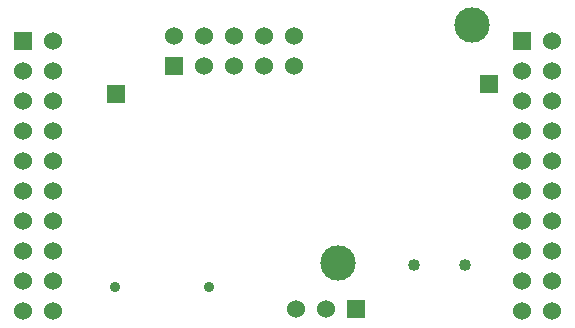
<source format=gbs>
G04 (created by PCBNEW (2013-07-07 BZR 4022)-stable) date 05/03/2014 08:07:49*
%MOIN*%
G04 Gerber Fmt 3.4, Leading zero omitted, Abs format*
%FSLAX34Y34*%
G01*
G70*
G90*
G04 APERTURE LIST*
%ADD10C,0.00590551*%
%ADD11R,0.06X0.06*%
%ADD12C,0.06*%
%ADD13C,0.11811*%
%ADD14C,0.04*%
%ADD15C,0.035*%
G04 APERTURE END LIST*
G54D10*
G54D11*
X81100Y-69900D03*
G54D12*
X80100Y-69900D03*
X79100Y-69900D03*
G54D11*
X85550Y-62400D03*
X73120Y-62740D03*
G54D13*
X80500Y-68375D03*
X84975Y-60450D03*
G54D14*
X83050Y-68450D03*
X84750Y-68450D03*
G54D15*
X73076Y-69181D03*
X76225Y-69181D03*
G54D11*
X75060Y-61800D03*
G54D12*
X75060Y-60800D03*
X76060Y-61800D03*
X76060Y-60800D03*
X77060Y-61800D03*
X77060Y-60800D03*
X78060Y-61800D03*
X78060Y-60800D03*
X79060Y-61800D03*
X79060Y-60800D03*
G54D11*
X70000Y-60984D03*
G54D12*
X71000Y-60984D03*
X70000Y-61984D03*
X71000Y-61984D03*
X70000Y-62984D03*
X71000Y-62984D03*
X70000Y-63984D03*
X71000Y-63984D03*
X70000Y-64984D03*
X71000Y-64984D03*
X70000Y-65984D03*
X71000Y-65984D03*
X70000Y-66984D03*
X71000Y-66984D03*
X70000Y-67984D03*
X71000Y-67984D03*
X70000Y-68984D03*
X71000Y-68984D03*
X70000Y-69984D03*
X71000Y-69984D03*
G54D11*
X86650Y-60984D03*
G54D12*
X87650Y-60984D03*
X86650Y-61984D03*
X87650Y-61984D03*
X86650Y-62984D03*
X87650Y-62984D03*
X86650Y-63984D03*
X87650Y-63984D03*
X86650Y-64984D03*
X87650Y-64984D03*
X86650Y-65984D03*
X87650Y-65984D03*
X86650Y-66984D03*
X87650Y-66984D03*
X86650Y-67984D03*
X87650Y-67984D03*
X86650Y-68984D03*
X87650Y-68984D03*
X86650Y-69984D03*
X87650Y-69984D03*
M02*

</source>
